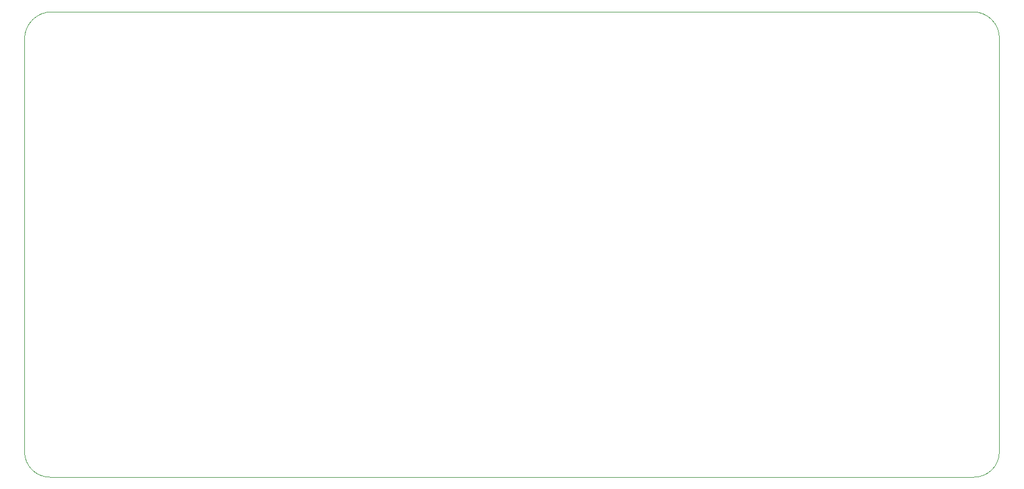
<source format=gbr>
G04 #@! TF.GenerationSoftware,KiCad,Pcbnew,(5.1.4)-1*
G04 #@! TF.CreationDate,2019-11-22T18:54:27-06:00*
G04 #@! TF.ProjectId,Tiva_Breakout_Hardware,54697661-5f42-4726-9561-6b6f75745f48,rev?*
G04 #@! TF.SameCoordinates,Original*
G04 #@! TF.FileFunction,Profile,NP*
%FSLAX46Y46*%
G04 Gerber Fmt 4.6, Leading zero omitted, Abs format (unit mm)*
G04 Created by KiCad (PCBNEW (5.1.4)-1) date 2019-11-22 18:54:27*
%MOMM*%
%LPD*%
G04 APERTURE LIST*
%ADD10C,0.050000*%
G04 APERTURE END LIST*
D10*
X84531200Y-141351000D02*
X84531200Y-79375000D01*
X226771200Y-145161000D02*
X88341200Y-145161000D01*
X230581200Y-79248000D02*
X230581200Y-141351000D01*
X88595200Y-75311000D02*
X226644200Y-75311000D01*
X84531200Y-79375000D02*
G75*
G02X88595200Y-75311000I4064000J0D01*
G01*
X88341200Y-145161000D02*
G75*
G02X84531200Y-141351000I0J3810000D01*
G01*
X230581200Y-141351000D02*
G75*
G02X226771200Y-145161000I-3810000J0D01*
G01*
X226644200Y-75311000D02*
G75*
G02X230581200Y-79248000I0J-3937000D01*
G01*
M02*

</source>
